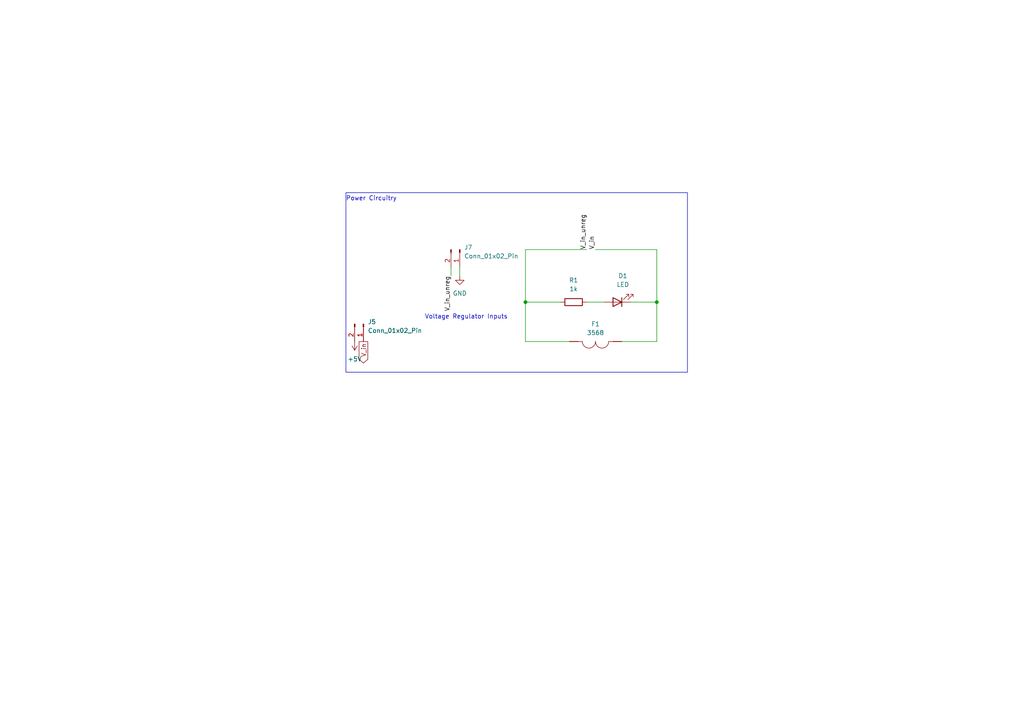
<source format=kicad_sch>
(kicad_sch (version 20231120) (generator "eeschema") (generator_version "8.0")
  (paper "A4")
  (lib_symbols
    (symbol "3568:3568" (pin_numbers hide) (pin_names (offset 1.016) hide)
      (property "Reference" "F" (at -2.54 5.08 0))
      (property "Value" "3568" (at -2.54 -5.08 0))
      (symbol "3568_0_0"
        (arc (start -3.81 0) (mid -1.905 -1.8967) (end 0 0) (stroke (width 0.1524)))
        (polyline (pts (xy -5.08 0) (xy -3.81 0)) (stroke (width 0.1524)))
        (polyline (pts (xy 5.08 0) (xy 3.81 0)) (stroke (width 0.1524)))
        (arc (start 0 0) (mid 1.905 -1.8967) (end 3.81 0) (stroke (width 0.1524)))
        (pin passive line (at -7.62 0 0) (length 2.54) (name "~") (number "1"))
        (pin passive line (at 7.62 0 180) (length 2.54) (name "~") (number "2"))
        (pin passive line (at -7.62 0 0) (length 2.54) (name "~") (number "3"))
        (pin passive line (at 7.62 0 180) (length 2.54) (name "~") (number "4"))
      )
    )
    (symbol "Connector:Conn_01x02_Pin" (pin_names (offset 1.016) hide)
      (property "Reference" "J" (at 0 2.54 0))
      (property "Value" "Conn_01x02_Pin" (at 0 -5.08 0))
      (symbol "Conn_01x02_Pin_1_1"
        (polyline (pts (xy 1.27 -2.54) (xy 0.8636 -2.54)) (stroke (width 0.1524)))
        (polyline (pts (xy 1.27 0) (xy 0.8636 0)) (stroke (width 0.1524)))
        (rectangle (start 0.8636 -2.413) (end 0 -2.667) (stroke (width 0.1524)) (fill (type outline)))
        (rectangle (start 0.8636 0.127) (end 0 -0.127) (stroke (width 0.1524)) (fill (type outline)))
        (pin passive line (at 5.08 0 180) (length 3.81) (name "Pin_1") (number "1"))
        (pin passive line (at 5.08 -2.54 180) (length 3.81) (name "Pin_2") (number "2"))
      )
    )
    (symbol "Device:LED" (pin_numbers hide) (pin_names (offset 1.016) hide)
      (property "Reference" "D" (at 0 2.54 0))
      (property "Value" "LED" (at 0 -2.54 0))
      (symbol "LED_0_1"
        (polyline (pts (xy -1.27 -1.27) (xy -1.27 1.27)) (stroke (width 0.254)))
        (polyline (pts (xy -1.27 0) (xy 1.27 0)))
        (polyline (pts (xy 1.27 -1.27) (xy 1.27 1.27) (xy -1.27 0) (xy 1.27 -1.27)) (stroke (width 0.254)))
        (polyline (pts (xy -3.048 -0.762) (xy -4.572 -2.286) (xy -3.81 -2.286) (xy -4.572 -2.286) (xy -4.572 -1.524)))
        (polyline (pts (xy -1.778 -0.762) (xy -3.302 -2.286) (xy -2.54 -2.286) (xy -3.302 -2.286) (xy -3.302 -1.524)))
      )
      (symbol "LED_1_1"
        (pin passive line (at -3.81 0 0) (length 2.54) (name "K") (number "1"))
        (pin passive line (at 3.81 0 180) (length 2.54) (name "A") (number "2"))
      )
    )
    (symbol "Device:R" (pin_numbers hide) (pin_names (offset 0))
      (property "Reference" "R" (at 2.032 0 90))
      (property "Value" "R" (at 0 0 90))
      (symbol "R_0_1"
        (rectangle (start -1.016 -2.54) (end 1.016 2.54) (stroke (width 0.254)))
      )
      (symbol "R_1_1"
        (pin passive line (at 0 3.81 270) (length 1.27) (name "~") (number "1"))
        (pin passive line (at 0 -3.81 90) (length 1.27) (name "~") (number "2"))
      )
    )
    (symbol "power:+5V" (power) (pin_names (offset 0))
      (property "Value" "+5V" (at 0 3.556 0))
      (symbol "+5V_0_1"
        (polyline (pts (xy -0.762 1.27) (xy 0 2.54)))
        (polyline (pts (xy 0 0) (xy 0 2.54)))
        (polyline (pts (xy 0 2.54) (xy 0.762 1.27)))
      )
      (symbol "+5V_1_1"
        (pin power_in line (at 0 0 90) (length 0) hide (name "+5V") (number "1"))
      )
    )
    (symbol "power:GND" (power) (pin_names (offset 0))
      (property "Value" "GND" (at 0 -3.81 0))
      (symbol "GND_0_1"
        (polyline (pts (xy 0 0) (xy 0 -1.27) (xy 1.27 -1.27) (xy 0 -2.54) (xy -1.27 -1.27) (xy 0 -1.27)))
      )
      (symbol "GND_1_1"
        (pin power_in line (at 0 0 270) (length 0) hide (name "GND") (number "1"))
      )
    )
  )
  (junction (at 152.4 87.63))
  (junction (at 190.5 87.63))
  (wire (pts (xy 165.1 99.06) (xy 152.4 99.06)))
  (wire (pts (xy 152.4 99.06) (xy 152.4 87.63)))
  (wire (pts (xy 130.81 80.01) (xy 130.81 77.47)))
  (wire (pts (xy 133.35 77.47) (xy 133.35 80.01)))
  (wire (pts (xy 190.5 87.63) (xy 190.5 99.06)))
  (wire (pts (xy 170.18 72.39) (xy 152.4 72.39)))
  (wire (pts (xy 172.72 72.39) (xy 190.5 72.39)))
  (wire (pts (xy 170.18 87.63) (xy 175.26 87.63)))
  (wire (pts (xy 182.88 87.63) (xy 190.5 87.63)))
  (wire (pts (xy 152.4 87.63) (xy 162.56 87.63)))
  (wire (pts (xy 152.4 72.39) (xy 152.4 87.63)))
  (wire (pts (xy 190.5 72.39) (xy 190.5 87.63)))
  (wire (pts (xy 190.5 99.06) (xy 180.34 99.06)))
  (rectangle (start 100.33 55.88) (end 199.39 107.95))
  (text "Voltage Regulator Inputs\n" (at 123.19 92.71 0) (effects (font (size 1.27 1.27)) (justify left bottom)))
  (text "Power Circuitry\n" (at 100.33 58.42 0) (effects (font (size 1.27 1.27)) (justify left bottom)))
  (label "V_in_unreg" (at 170.18 72.39 90))
  (label "V_in" (at 172.72 72.39 90))
  (label "V_in_unreg" (at 130.81 80.01 270))
  (global_label "V_in" (shape output) (at 105.41 99.06 270) (property "Intersheetrefs" "${INTERSHEET_REFS}" (effects (hide yes))))
  (symbol (lib_id "Device:R") (at 166.37 87.63 90) (unit 1)
    (property "Reference" "R1" (at 166.37 81.28 90))
    (property "Value" "1k" (at 166.37 83.82 90))
    (property "Footprint" "Resistor_THT:R_Axial_DIN0207_L6.3mm_D2.5mm_P10.16mm_Horizontal" (effects (hide yes)))
    (instances (project "Motherboard23-24" (path "" (reference "R1") (unit 1)) (path "" (reference "R6") (unit 1))) (project "CANBOARD_REV2" (path "" (reference "R1") (unit 1))) (project "CANBOARD_REV1" (path "" (reference "R4") (unit 1))))
  )
  (symbol (lib_id "power:GND") (at 133.35 80.01 0) (unit 1)
    (property "Reference" "#PWR010" (effects (hide yes)))
    (property "Value" "GND" (at 133.35 85.09 0))
    (instances (project "CANBOARD_REV2" (path "" (reference "#PWR010") (unit 1))) (project "CANBOARD_REV1" (path "" (reference "#PWR06") (unit 1))))
  )
  (symbol (lib_id "Connector:Conn_01x02_Pin") (at 105.41 93.98 270) (unit 1)
    (property "Reference" "J5" (at 106.68 93.345 90) (effects (justify left)))
    (property "Value" "Conn_01x02_Pin" (at 106.68 95.885 90) (effects (justify left)))
    (property "Footprint" "Connector_PinHeader_2.54mm:PinHeader_1x02_P2.54mm_Vertical" (effects (hide yes)))
    (property "Datasheet" "  (effects (font (size 1.27 1.27)) (justify left bottom))" (effects (hide yes)))
    (instances (project "CANBOARD_REV2" (path "" (reference "J5") (unit 1))) (project "CANBOARD_REV1" (path "" (reference "J9") (unit 1))))
  )
  (symbol (lib_id "Connector:Conn_01x02_Pin") (at 133.35 72.39 270) (unit 1)
    (property "Reference" "J7" (at 134.62 71.755 90) (effects (justify left)))
    (property "Value" "Conn_01x02_Pin" (at 134.62 74.295 90) (effects (justify left)))
    (property "Footprint" "TerminalBlock_Phoenix:TerminalBlock_Phoenix_MKDS-1,5-2-5.08_1x02_P5.08mm_Horizontal" (effects (hide yes)))
    (instances (project "CANBOARD_REV2" (path "" (reference "J7") (unit 1))) (project "CANBOARD_REV1" (path "" (reference "J6") (unit 1))))
  )
  (symbol (lib_id "power:+5V") (at 102.87 99.06 180) (unit 1)
    (property "Reference" "#PWR06" (effects (hide yes)))
    (property "Value" "+5V" (at 102.87 104.14 0))
  )
  (symbol (lib_id "3568:3568") (at 172.72 99.06 0) (unit 1)
    (property "Reference" "F1" (at 172.72 93.98 0))
    (property "Value" "3568" (at 172.72 96.52 0))
    (property "Footprint" "3568 (Fuse Holder):FUSE_3568" (effects (hide yes)))
    (property "MAXIMUM_PACKAGE_HEIGHT" "7.37" (effects (hide yes)))
    (property "MANUFACTURER" "Keystone Electronics Corp." (effects (hide yes)))
    (property "STANDARD" "Manufacturer Recommendations" (effects (hide yes)))
    (property "PARTREV" "C" (effects (hide yes)))
    (instances (project "Motherboard23-24" (path "" (reference "F1") (unit 1)) (path "" (reference "F6") (unit 1))) (project "CANBOARD_REV2" (path "" (reference "F1") (unit 1))) (project "CANBOARD_REV1" (path "" (reference "F1") (unit 1))))
  )
  (symbol (lib_id "Device:LED") (at 179.07 87.63 180) (unit 1)
    (property "Reference" "D1" (at 180.6575 80.01 0))
    (property "Value" "LED" (at 180.6575 82.55 0))
    (property "Footprint" "LED_THT:LED_D5.0mm" (effects (hide yes)))
  )
)
</source>
